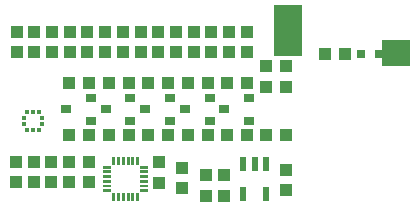
<source format=gbr>
G04 EAGLE Gerber RS-274X export*
G75*
%MOMM*%
%FSLAX34Y34*%
%LPD*%
%INSolderpaste Top*%
%IPPOS*%
%AMOC8*
5,1,8,0,0,1.08239X$1,22.5*%
G01*
%ADD10R,1.100000X1.000000*%
%ADD11R,0.800000X0.800000*%
%ADD12R,2.489200X2.235200*%
%ADD13R,1.000000X1.100000*%
%ADD14R,0.550000X1.200000*%
%ADD15C,0.055000*%
%ADD16R,0.900000X0.800000*%
%ADD17R,0.325000X0.300000*%
%ADD18R,0.300000X0.325000*%


D10*
X639500Y624000D03*
X622500Y624000D03*
D11*
X668000Y624500D03*
X653000Y624500D03*
D12*
X682000Y625000D03*
D13*
X589000Y526000D03*
X589000Y509000D03*
D10*
X589000Y555500D03*
X572000Y555500D03*
D14*
X572000Y531501D03*
X562500Y531501D03*
X553000Y531501D03*
X553000Y505499D03*
X572000Y505499D03*
D10*
X572500Y614500D03*
X589500Y614500D03*
X572500Y596500D03*
X589500Y596500D03*
D13*
X521500Y504500D03*
X521500Y521500D03*
X481000Y643000D03*
X481000Y626000D03*
X451000Y643000D03*
X451000Y626000D03*
X421000Y643000D03*
X421000Y626000D03*
X391000Y643000D03*
X391000Y626000D03*
X361000Y643000D03*
X361000Y626000D03*
X466000Y643000D03*
X466000Y626000D03*
X496000Y643000D03*
X496000Y626000D03*
X436000Y643000D03*
X436000Y626000D03*
D12*
X590936Y634000D03*
D13*
X526000Y643000D03*
X526000Y626000D03*
X376000Y643000D03*
X376000Y626000D03*
D12*
X590936Y655000D03*
D13*
X536500Y504500D03*
X536500Y521500D03*
D15*
X440475Y528175D02*
X434625Y528175D01*
X434625Y529825D01*
X440475Y529825D01*
X440475Y528175D01*
X440475Y528697D02*
X434625Y528697D01*
X434625Y529219D02*
X440475Y529219D01*
X440475Y529741D02*
X434625Y529741D01*
X434625Y524175D02*
X440475Y524175D01*
X434625Y524175D02*
X434625Y525825D01*
X440475Y525825D01*
X440475Y524175D01*
X440475Y524697D02*
X434625Y524697D01*
X434625Y525219D02*
X440475Y525219D01*
X440475Y525741D02*
X434625Y525741D01*
X434625Y520175D02*
X440475Y520175D01*
X434625Y520175D02*
X434625Y521825D01*
X440475Y521825D01*
X440475Y520175D01*
X440475Y520697D02*
X434625Y520697D01*
X434625Y521219D02*
X440475Y521219D01*
X440475Y521741D02*
X434625Y521741D01*
X434625Y516175D02*
X440475Y516175D01*
X434625Y516175D02*
X434625Y517825D01*
X440475Y517825D01*
X440475Y516175D01*
X440475Y516697D02*
X434625Y516697D01*
X434625Y517219D02*
X440475Y517219D01*
X440475Y517741D02*
X434625Y517741D01*
X434625Y512175D02*
X440475Y512175D01*
X434625Y512175D02*
X434625Y513825D01*
X440475Y513825D01*
X440475Y512175D01*
X440475Y512697D02*
X434625Y512697D01*
X434625Y513219D02*
X440475Y513219D01*
X440475Y513741D02*
X434625Y513741D01*
X434625Y508175D02*
X440475Y508175D01*
X434625Y508175D02*
X434625Y509825D01*
X440475Y509825D01*
X440475Y508175D01*
X440475Y508697D02*
X434625Y508697D01*
X434625Y509219D02*
X440475Y509219D01*
X440475Y509741D02*
X434625Y509741D01*
X443825Y506475D02*
X443825Y500625D01*
X442175Y500625D01*
X442175Y506475D01*
X443825Y506475D01*
X443825Y501147D02*
X442175Y501147D01*
X442175Y501669D02*
X443825Y501669D01*
X443825Y502191D02*
X442175Y502191D01*
X442175Y502713D02*
X443825Y502713D01*
X443825Y503235D02*
X442175Y503235D01*
X442175Y503757D02*
X443825Y503757D01*
X443825Y504279D02*
X442175Y504279D01*
X442175Y504801D02*
X443825Y504801D01*
X443825Y505323D02*
X442175Y505323D01*
X442175Y505845D02*
X443825Y505845D01*
X443825Y506367D02*
X442175Y506367D01*
X447825Y506475D02*
X447825Y500625D01*
X446175Y500625D01*
X446175Y506475D01*
X447825Y506475D01*
X447825Y501147D02*
X446175Y501147D01*
X446175Y501669D02*
X447825Y501669D01*
X447825Y502191D02*
X446175Y502191D01*
X446175Y502713D02*
X447825Y502713D01*
X447825Y503235D02*
X446175Y503235D01*
X446175Y503757D02*
X447825Y503757D01*
X447825Y504279D02*
X446175Y504279D01*
X446175Y504801D02*
X447825Y504801D01*
X447825Y505323D02*
X446175Y505323D01*
X446175Y505845D02*
X447825Y505845D01*
X447825Y506367D02*
X446175Y506367D01*
X451825Y506475D02*
X451825Y500625D01*
X450175Y500625D01*
X450175Y506475D01*
X451825Y506475D01*
X451825Y501147D02*
X450175Y501147D01*
X450175Y501669D02*
X451825Y501669D01*
X451825Y502191D02*
X450175Y502191D01*
X450175Y502713D02*
X451825Y502713D01*
X451825Y503235D02*
X450175Y503235D01*
X450175Y503757D02*
X451825Y503757D01*
X451825Y504279D02*
X450175Y504279D01*
X450175Y504801D02*
X451825Y504801D01*
X451825Y505323D02*
X450175Y505323D01*
X450175Y505845D02*
X451825Y505845D01*
X451825Y506367D02*
X450175Y506367D01*
X455825Y506475D02*
X455825Y500625D01*
X454175Y500625D01*
X454175Y506475D01*
X455825Y506475D01*
X455825Y501147D02*
X454175Y501147D01*
X454175Y501669D02*
X455825Y501669D01*
X455825Y502191D02*
X454175Y502191D01*
X454175Y502713D02*
X455825Y502713D01*
X455825Y503235D02*
X454175Y503235D01*
X454175Y503757D02*
X455825Y503757D01*
X455825Y504279D02*
X454175Y504279D01*
X454175Y504801D02*
X455825Y504801D01*
X455825Y505323D02*
X454175Y505323D01*
X454175Y505845D02*
X455825Y505845D01*
X455825Y506367D02*
X454175Y506367D01*
X459825Y506475D02*
X459825Y500625D01*
X458175Y500625D01*
X458175Y506475D01*
X459825Y506475D01*
X459825Y501147D02*
X458175Y501147D01*
X458175Y501669D02*
X459825Y501669D01*
X459825Y502191D02*
X458175Y502191D01*
X458175Y502713D02*
X459825Y502713D01*
X459825Y503235D02*
X458175Y503235D01*
X458175Y503757D02*
X459825Y503757D01*
X459825Y504279D02*
X458175Y504279D01*
X458175Y504801D02*
X459825Y504801D01*
X459825Y505323D02*
X458175Y505323D01*
X458175Y505845D02*
X459825Y505845D01*
X459825Y506367D02*
X458175Y506367D01*
X463825Y506475D02*
X463825Y500625D01*
X462175Y500625D01*
X462175Y506475D01*
X463825Y506475D01*
X463825Y501147D02*
X462175Y501147D01*
X462175Y501669D02*
X463825Y501669D01*
X463825Y502191D02*
X462175Y502191D01*
X462175Y502713D02*
X463825Y502713D01*
X463825Y503235D02*
X462175Y503235D01*
X462175Y503757D02*
X463825Y503757D01*
X463825Y504279D02*
X462175Y504279D01*
X462175Y504801D02*
X463825Y504801D01*
X463825Y505323D02*
X462175Y505323D01*
X462175Y505845D02*
X463825Y505845D01*
X463825Y506367D02*
X462175Y506367D01*
X465525Y509825D02*
X471375Y509825D01*
X471375Y508175D01*
X465525Y508175D01*
X465525Y509825D01*
X465525Y508697D02*
X471375Y508697D01*
X471375Y509219D02*
X465525Y509219D01*
X465525Y509741D02*
X471375Y509741D01*
X471375Y513825D02*
X465525Y513825D01*
X471375Y513825D02*
X471375Y512175D01*
X465525Y512175D01*
X465525Y513825D01*
X465525Y512697D02*
X471375Y512697D01*
X471375Y513219D02*
X465525Y513219D01*
X465525Y513741D02*
X471375Y513741D01*
X471375Y517825D02*
X465525Y517825D01*
X471375Y517825D02*
X471375Y516175D01*
X465525Y516175D01*
X465525Y517825D01*
X465525Y516697D02*
X471375Y516697D01*
X471375Y517219D02*
X465525Y517219D01*
X465525Y517741D02*
X471375Y517741D01*
X471375Y521825D02*
X465525Y521825D01*
X471375Y521825D02*
X471375Y520175D01*
X465525Y520175D01*
X465525Y521825D01*
X465525Y520697D02*
X471375Y520697D01*
X471375Y521219D02*
X465525Y521219D01*
X465525Y521741D02*
X471375Y521741D01*
X471375Y525825D02*
X465525Y525825D01*
X471375Y525825D02*
X471375Y524175D01*
X465525Y524175D01*
X465525Y525825D01*
X465525Y524697D02*
X471375Y524697D01*
X471375Y525219D02*
X465525Y525219D01*
X465525Y525741D02*
X471375Y525741D01*
X471375Y529825D02*
X465525Y529825D01*
X471375Y529825D02*
X471375Y528175D01*
X465525Y528175D01*
X465525Y529825D01*
X465525Y528697D02*
X471375Y528697D01*
X471375Y529219D02*
X465525Y529219D01*
X465525Y529741D02*
X471375Y529741D01*
X462175Y531525D02*
X462175Y537375D01*
X463825Y537375D01*
X463825Y531525D01*
X462175Y531525D01*
X462175Y532047D02*
X463825Y532047D01*
X463825Y532569D02*
X462175Y532569D01*
X462175Y533091D02*
X463825Y533091D01*
X463825Y533613D02*
X462175Y533613D01*
X462175Y534135D02*
X463825Y534135D01*
X463825Y534657D02*
X462175Y534657D01*
X462175Y535179D02*
X463825Y535179D01*
X463825Y535701D02*
X462175Y535701D01*
X462175Y536223D02*
X463825Y536223D01*
X463825Y536745D02*
X462175Y536745D01*
X462175Y537267D02*
X463825Y537267D01*
X458175Y537375D02*
X458175Y531525D01*
X458175Y537375D02*
X459825Y537375D01*
X459825Y531525D01*
X458175Y531525D01*
X458175Y532047D02*
X459825Y532047D01*
X459825Y532569D02*
X458175Y532569D01*
X458175Y533091D02*
X459825Y533091D01*
X459825Y533613D02*
X458175Y533613D01*
X458175Y534135D02*
X459825Y534135D01*
X459825Y534657D02*
X458175Y534657D01*
X458175Y535179D02*
X459825Y535179D01*
X459825Y535701D02*
X458175Y535701D01*
X458175Y536223D02*
X459825Y536223D01*
X459825Y536745D02*
X458175Y536745D01*
X458175Y537267D02*
X459825Y537267D01*
X454175Y537375D02*
X454175Y531525D01*
X454175Y537375D02*
X455825Y537375D01*
X455825Y531525D01*
X454175Y531525D01*
X454175Y532047D02*
X455825Y532047D01*
X455825Y532569D02*
X454175Y532569D01*
X454175Y533091D02*
X455825Y533091D01*
X455825Y533613D02*
X454175Y533613D01*
X454175Y534135D02*
X455825Y534135D01*
X455825Y534657D02*
X454175Y534657D01*
X454175Y535179D02*
X455825Y535179D01*
X455825Y535701D02*
X454175Y535701D01*
X454175Y536223D02*
X455825Y536223D01*
X455825Y536745D02*
X454175Y536745D01*
X454175Y537267D02*
X455825Y537267D01*
X450175Y537375D02*
X450175Y531525D01*
X450175Y537375D02*
X451825Y537375D01*
X451825Y531525D01*
X450175Y531525D01*
X450175Y532047D02*
X451825Y532047D01*
X451825Y532569D02*
X450175Y532569D01*
X450175Y533091D02*
X451825Y533091D01*
X451825Y533613D02*
X450175Y533613D01*
X450175Y534135D02*
X451825Y534135D01*
X451825Y534657D02*
X450175Y534657D01*
X450175Y535179D02*
X451825Y535179D01*
X451825Y535701D02*
X450175Y535701D01*
X450175Y536223D02*
X451825Y536223D01*
X451825Y536745D02*
X450175Y536745D01*
X450175Y537267D02*
X451825Y537267D01*
X446175Y537375D02*
X446175Y531525D01*
X446175Y537375D02*
X447825Y537375D01*
X447825Y531525D01*
X446175Y531525D01*
X446175Y532047D02*
X447825Y532047D01*
X447825Y532569D02*
X446175Y532569D01*
X446175Y533091D02*
X447825Y533091D01*
X447825Y533613D02*
X446175Y533613D01*
X446175Y534135D02*
X447825Y534135D01*
X447825Y534657D02*
X446175Y534657D01*
X446175Y535179D02*
X447825Y535179D01*
X447825Y535701D02*
X446175Y535701D01*
X446175Y536223D02*
X447825Y536223D01*
X447825Y536745D02*
X446175Y536745D01*
X446175Y537267D02*
X447825Y537267D01*
X442175Y537375D02*
X442175Y531525D01*
X442175Y537375D02*
X443825Y537375D01*
X443825Y531525D01*
X442175Y531525D01*
X442175Y532047D02*
X443825Y532047D01*
X443825Y532569D02*
X442175Y532569D01*
X442175Y533091D02*
X443825Y533091D01*
X443825Y533613D02*
X442175Y533613D01*
X442175Y534135D02*
X443825Y534135D01*
X443825Y534657D02*
X442175Y534657D01*
X442175Y535179D02*
X443825Y535179D01*
X443825Y535701D02*
X442175Y535701D01*
X442175Y536223D02*
X443825Y536223D01*
X443825Y536745D02*
X442175Y536745D01*
X442175Y537267D02*
X443825Y537267D01*
D16*
X524500Y568000D03*
X524500Y587000D03*
X503500Y577500D03*
D10*
X523000Y555500D03*
X506000Y555500D03*
X523000Y600000D03*
X506000Y600000D03*
D16*
X491000Y568000D03*
X491000Y587000D03*
X470000Y577500D03*
D10*
X489500Y555500D03*
X472500Y555500D03*
X489500Y600000D03*
X472500Y600000D03*
D16*
X457500Y568000D03*
X457500Y587000D03*
X436500Y577500D03*
D10*
X456000Y555500D03*
X439000Y555500D03*
X456000Y600000D03*
X439000Y600000D03*
D16*
X424000Y568000D03*
X424000Y587000D03*
X403000Y577500D03*
D10*
X422500Y555500D03*
X405500Y555500D03*
X422500Y600000D03*
X405500Y600000D03*
D16*
X557500Y568000D03*
X557500Y587000D03*
X536500Y577500D03*
D10*
X556000Y555500D03*
X539000Y555500D03*
X556000Y600000D03*
X539000Y600000D03*
D13*
X501000Y510500D03*
X501000Y527500D03*
X422500Y516000D03*
X422500Y533000D03*
X482000Y515500D03*
X482000Y532500D03*
D17*
X382500Y565000D03*
X382500Y570000D03*
D18*
X380000Y575250D03*
X375000Y575250D03*
X370000Y575250D03*
D17*
X367500Y570000D03*
X367500Y565000D03*
D18*
X370000Y559750D03*
X375000Y559750D03*
X380000Y559750D03*
D13*
X360500Y533000D03*
X360500Y516000D03*
X405500Y516000D03*
X405500Y533000D03*
X375500Y533000D03*
X375500Y516000D03*
X390500Y533000D03*
X390500Y516000D03*
X511000Y643000D03*
X511000Y626000D03*
X541000Y643000D03*
X541000Y626000D03*
X406000Y643000D03*
X406000Y626000D03*
X556000Y643000D03*
X556000Y626000D03*
M02*

</source>
